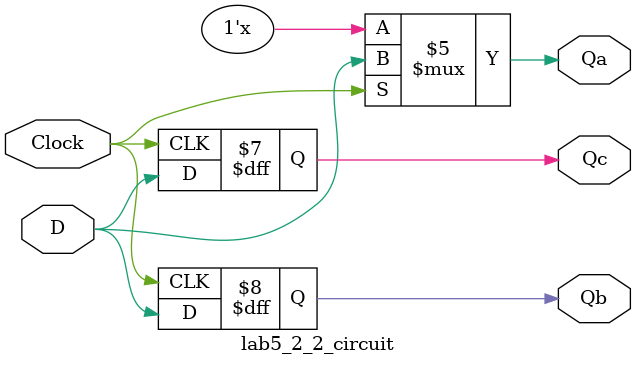
<source format=v>
`timescale 1ns / 1ps

module lab5_2_2_circuit(
    input D,
    input Clock,
    output reg Qa,
    output reg Qb,
    output reg Qc
    );
    
    always @(D or Clock)
       if(Clock)
         Qa <= D;
    
    always @(posedge Clock)
       if(Clock)
         Qb <= D;
         
     always @(negedge Clock)
        if(!Clock)
          Qc <= D;
     
endmodule

</source>
